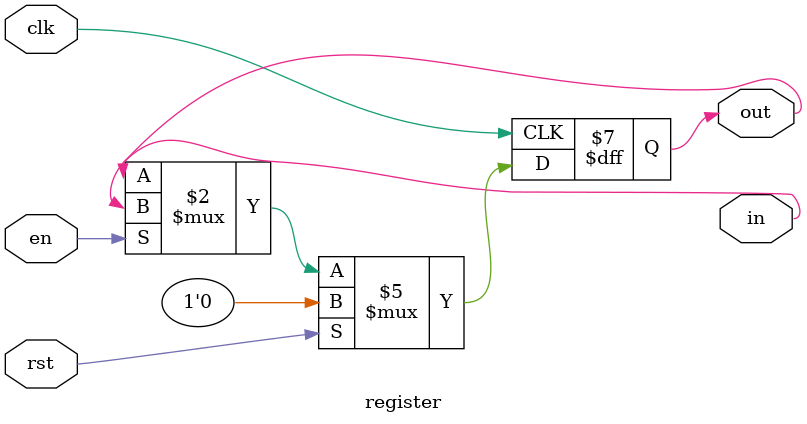
<source format=v>
`timescale 1ns / 1ps


module register(
input clk,rst,en,
output reg in,out
    );
    always @(posedge clk) begin
        if(rst)
           out<=0;
        else if(en)
            out<=in;
    end
endmodule

</source>
